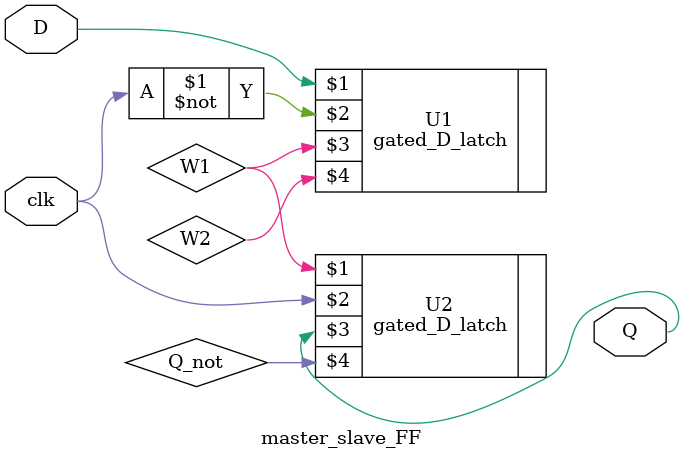
<source format=v>
module master_slave_FF(
	input clk,
	input D,
	output Q
);
	 //W1 is Q output of first D latch, becomes D of second D latch
wire W1, W2, Q_not;
			//W2 is Q_not of first D latch, goes nowhere

gated_D_latch U1(D, ~clk, W1, W2);
gated_D_latch U2(W1, clk, Q, Q_not); //this Q_not also goes nowhere


endmodule 
</source>
